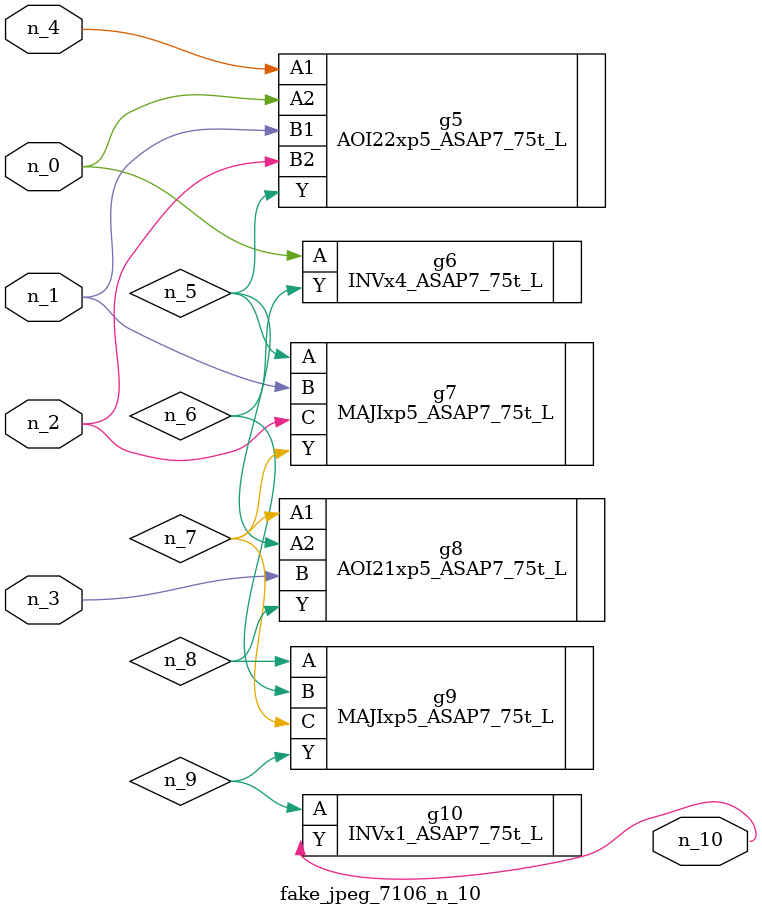
<source format=v>
module fake_jpeg_7106_n_10 (n_3, n_2, n_1, n_0, n_4, n_10);

input n_3;
input n_2;
input n_1;
input n_0;
input n_4;

output n_10;

wire n_8;
wire n_9;
wire n_6;
wire n_5;
wire n_7;

AOI22xp5_ASAP7_75t_L g5 ( 
.A1(n_4),
.A2(n_0),
.B1(n_1),
.B2(n_2),
.Y(n_5)
);

INVx4_ASAP7_75t_L g6 ( 
.A(n_0),
.Y(n_6)
);

MAJIxp5_ASAP7_75t_L g7 ( 
.A(n_5),
.B(n_1),
.C(n_2),
.Y(n_7)
);

AOI21xp5_ASAP7_75t_L g8 ( 
.A1(n_7),
.A2(n_5),
.B(n_3),
.Y(n_8)
);

MAJIxp5_ASAP7_75t_L g9 ( 
.A(n_8),
.B(n_6),
.C(n_7),
.Y(n_9)
);

INVx1_ASAP7_75t_L g10 ( 
.A(n_9),
.Y(n_10)
);


endmodule
</source>
